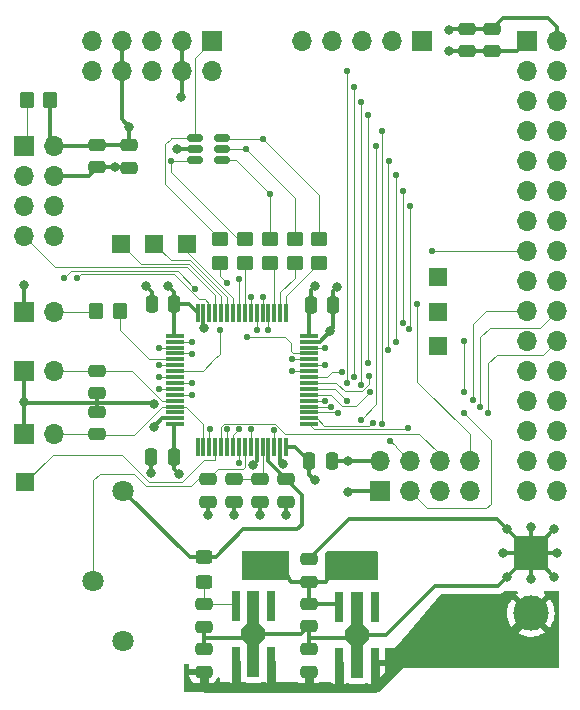
<source format=gbr>
%TF.GenerationSoftware,KiCad,Pcbnew,(6.0.6)*%
%TF.CreationDate,2022-09-22T18:41:47+01:00*%
%TF.ProjectId,ConverterBoard,436f6e76-6572-4746-9572-426f6172642e,rev?*%
%TF.SameCoordinates,Original*%
%TF.FileFunction,Copper,L1,Top*%
%TF.FilePolarity,Positive*%
%FSLAX46Y46*%
G04 Gerber Fmt 4.6, Leading zero omitted, Abs format (unit mm)*
G04 Created by KiCad (PCBNEW (6.0.6)) date 2022-09-22 18:41:47*
%MOMM*%
%LPD*%
G01*
G04 APERTURE LIST*
G04 Aperture macros list*
%AMRoundRect*
0 Rectangle with rounded corners*
0 $1 Rounding radius*
0 $2 $3 $4 $5 $6 $7 $8 $9 X,Y pos of 4 corners*
0 Add a 4 corners polygon primitive as box body*
4,1,4,$2,$3,$4,$5,$6,$7,$8,$9,$2,$3,0*
0 Add four circle primitives for the rounded corners*
1,1,$1+$1,$2,$3*
1,1,$1+$1,$4,$5*
1,1,$1+$1,$6,$7*
1,1,$1+$1,$8,$9*
0 Add four rect primitives between the rounded corners*
20,1,$1+$1,$2,$3,$4,$5,0*
20,1,$1+$1,$4,$5,$6,$7,0*
20,1,$1+$1,$6,$7,$8,$9,0*
20,1,$1+$1,$8,$9,$2,$3,0*%
%AMFreePoly0*
4,1,13,0.900000,0.500000,3.600000,0.500000,3.600000,-0.500000,0.900000,-0.500000,0.400000,-1.000000,-0.400000,-1.000000,-0.900000,-0.500000,-3.600000,-0.500000,-3.600000,0.500000,-0.900000,0.500000,-0.400000,1.000000,0.400000,1.000000,0.900000,0.500000,0.900000,0.500000,$1*%
G04 Aperture macros list end*
%TA.AperFunction,SMDPad,CuDef*%
%ADD10RoundRect,0.075000X-0.700000X-0.075000X0.700000X-0.075000X0.700000X0.075000X-0.700000X0.075000X0*%
%TD*%
%TA.AperFunction,SMDPad,CuDef*%
%ADD11RoundRect,0.075000X-0.075000X-0.700000X0.075000X-0.700000X0.075000X0.700000X-0.075000X0.700000X0*%
%TD*%
%TA.AperFunction,SMDPad,CuDef*%
%ADD12RoundRect,0.250000X0.475000X-0.250000X0.475000X0.250000X-0.475000X0.250000X-0.475000X-0.250000X0*%
%TD*%
%TA.AperFunction,ComponentPad*%
%ADD13R,1.700000X1.700000*%
%TD*%
%TA.AperFunction,ComponentPad*%
%ADD14O,1.700000X1.700000*%
%TD*%
%TA.AperFunction,ComponentPad*%
%ADD15R,1.500000X1.500000*%
%TD*%
%TA.AperFunction,SMDPad,CuDef*%
%ADD16RoundRect,0.250000X-0.475000X0.250000X-0.475000X-0.250000X0.475000X-0.250000X0.475000X0.250000X0*%
%TD*%
%TA.AperFunction,SMDPad,CuDef*%
%ADD17RoundRect,0.250000X0.450000X-0.350000X0.450000X0.350000X-0.450000X0.350000X-0.450000X-0.350000X0*%
%TD*%
%TA.AperFunction,ComponentPad*%
%ADD18R,3.000000X3.000000*%
%TD*%
%TA.AperFunction,ComponentPad*%
%ADD19C,3.000000*%
%TD*%
%TA.AperFunction,SMDPad,CuDef*%
%ADD20RoundRect,0.250000X0.450000X-0.325000X0.450000X0.325000X-0.450000X0.325000X-0.450000X-0.325000X0*%
%TD*%
%TA.AperFunction,ComponentPad*%
%ADD21C,1.800000*%
%TD*%
%TA.AperFunction,SMDPad,CuDef*%
%ADD22RoundRect,0.250000X-0.250000X-0.475000X0.250000X-0.475000X0.250000X0.475000X-0.250000X0.475000X0*%
%TD*%
%TA.AperFunction,SMDPad,CuDef*%
%ADD23RoundRect,0.250000X-0.450000X0.350000X-0.450000X-0.350000X0.450000X-0.350000X0.450000X0.350000X0*%
%TD*%
%TA.AperFunction,SMDPad,CuDef*%
%ADD24RoundRect,0.250000X0.350000X0.450000X-0.350000X0.450000X-0.350000X-0.450000X0.350000X-0.450000X0*%
%TD*%
%TA.AperFunction,SMDPad,CuDef*%
%ADD25RoundRect,0.250000X0.250000X0.475000X-0.250000X0.475000X-0.250000X-0.475000X0.250000X-0.475000X0*%
%TD*%
%TA.AperFunction,SMDPad,CuDef*%
%ADD26RoundRect,0.150000X-0.512500X-0.150000X0.512500X-0.150000X0.512500X0.150000X-0.512500X0.150000X0*%
%TD*%
%TA.AperFunction,SMDPad,CuDef*%
%ADD27R,0.700000X2.500000*%
%TD*%
%TA.AperFunction,SMDPad,CuDef*%
%ADD28FreePoly0,90.000000*%
%TD*%
%TA.AperFunction,ViaPad*%
%ADD29C,0.800000*%
%TD*%
%TA.AperFunction,ViaPad*%
%ADD30C,0.565000*%
%TD*%
%TA.AperFunction,Conductor*%
%ADD31C,0.100000*%
%TD*%
%TA.AperFunction,Conductor*%
%ADD32C,0.300000*%
%TD*%
%TA.AperFunction,Conductor*%
%ADD33C,0.800000*%
%TD*%
G04 APERTURE END LIST*
D10*
%TO.P,U3,1,VBAT*%
%TO.N,+3.3V*%
X132755000Y-90992000D03*
%TO.P,U3,2,PC13*%
%TO.N,TFT_D13*%
X132755000Y-91492000D03*
%TO.P,U3,3,PC14-OSC32_IN*%
%TO.N,TFT_D14*%
X132755000Y-91992000D03*
%TO.P,U3,4,PC15-OSC32_OUT*%
%TO.N,TFT_D15*%
X132755000Y-92492000D03*
%TO.P,U3,5,PF0-OSC_IN*%
%TO.N,Net-(R5-Pad1)*%
X132755000Y-92992000D03*
%TO.P,U3,6,PF1-OSC_OUT*%
%TO.N,SPI_SCK*%
X132755000Y-93492000D03*
%TO.P,U3,7,PG0-NRST*%
%TO.N,Net-(R6-Pad1)*%
X132755000Y-93992000D03*
%TO.P,U3,8,PC0*%
%TO.N,TFT_D0*%
X132755000Y-94492000D03*
%TO.P,U3,9,PC1*%
%TO.N,TFT_D1*%
X132755000Y-94992000D03*
%TO.P,U3,10,PC2*%
%TO.N,TFT_D2*%
X132755000Y-95492000D03*
%TO.P,U3,11,PC3*%
%TO.N,TFT_D3*%
X132755000Y-95992000D03*
%TO.P,U3,12,PA0*%
%TO.N,Net-(C3-Pad1)*%
X132755000Y-96492000D03*
%TO.P,U3,13,PA1*%
%TO.N,Net-(C2-Pad1)*%
X132755000Y-96992000D03*
%TO.P,U3,14,PA2*%
%TO.N,unconnected-(U3-Pad14)*%
X132755000Y-97492000D03*
%TO.P,U3,15,VSS*%
%TO.N,GND*%
X132755000Y-97992000D03*
%TO.P,U3,16,VDD*%
%TO.N,+3.3V*%
X132755000Y-98492000D03*
D11*
%TO.P,U3,17,PA3*%
%TO.N,unconnected-(U3-Pad17)*%
X134680000Y-100417000D03*
%TO.P,U3,18,PA4*%
%TO.N,Net-(C2-Pad1)*%
X135180000Y-100417000D03*
%TO.P,U3,19,PA5*%
%TO.N,PA5*%
X135680000Y-100417000D03*
%TO.P,U3,20,PA6*%
%TO.N,COMP1_OUT*%
X136180000Y-100417000D03*
%TO.P,U3,21,PA7*%
%TO.N,PA7*%
X136680000Y-100417000D03*
%TO.P,U3,22,PC4*%
%TO.N,TFT_D4*%
X137180000Y-100417000D03*
%TO.P,U3,23,PC5*%
%TO.N,TFT_D5*%
X137680000Y-100417000D03*
%TO.P,U3,24,PB0*%
%TO.N,PB0*%
X138180000Y-100417000D03*
%TO.P,U3,25,PB1*%
%TO.N,Net-(C4-Pad1)*%
X138680000Y-100417000D03*
%TO.P,U3,26,PB2*%
%TO.N,TFT_WR*%
X139180000Y-100417000D03*
%TO.P,U3,27,VSSA*%
%TO.N,GND*%
X139680000Y-100417000D03*
%TO.P,U3,28,VREF+*%
%TO.N,Net-(C10-Pad2)*%
X140180000Y-100417000D03*
%TO.P,U3,29,VDDA*%
%TO.N,+3.3VA*%
X140680000Y-100417000D03*
%TO.P,U3,30,PB10*%
%TO.N,PB10*%
X141180000Y-100417000D03*
%TO.P,U3,31,VSS*%
%TO.N,GND*%
X141680000Y-100417000D03*
%TO.P,U3,32,VDD*%
%TO.N,+3.3V*%
X142180000Y-100417000D03*
D10*
%TO.P,U3,33,PB11*%
%TO.N,TFT_CS*%
X144105000Y-98492000D03*
%TO.P,U3,34,PB12*%
%TO.N,TFT_RS*%
X144105000Y-97992000D03*
%TO.P,U3,35,PB13*%
%TO.N,PB13*%
X144105000Y-97492000D03*
%TO.P,U3,36,PB14*%
%TO.N,TFT_RD*%
X144105000Y-96992000D03*
%TO.P,U3,37,PB15*%
%TO.N,TFT_RESET*%
X144105000Y-96492000D03*
%TO.P,U3,38,PC6*%
%TO.N,TFT_D6*%
X144105000Y-95992000D03*
%TO.P,U3,39,PC7*%
%TO.N,TFT_D7*%
X144105000Y-95492000D03*
%TO.P,U3,40,PC8*%
%TO.N,TFT_D8*%
X144105000Y-94992000D03*
%TO.P,U3,41,PC9*%
%TO.N,TFT_D9*%
X144105000Y-94492000D03*
%TO.P,U3,42,PA8*%
%TO.N,TIM1_CH1*%
X144105000Y-93992000D03*
%TO.P,U3,43,PA9*%
%TO.N,TIM1_CH2*%
X144105000Y-93492000D03*
%TO.P,U3,44,PA10*%
%TO.N,PA10*%
X144105000Y-92992000D03*
%TO.P,U3,45,PA11*%
%TO.N,SPI_MOSI*%
X144105000Y-92492000D03*
%TO.P,U3,46,PA12*%
%TO.N,TIM16_CH2*%
X144105000Y-91992000D03*
%TO.P,U3,47,VSS*%
%TO.N,GND*%
X144105000Y-91492000D03*
%TO.P,U3,48,VDD*%
%TO.N,+3.3V*%
X144105000Y-90992000D03*
D11*
%TO.P,U3,49,PA13*%
%TO.N,Net-(R2-Pad2)*%
X142180000Y-89067000D03*
%TO.P,U3,50,PA14*%
%TO.N,Net-(R3-Pad2)*%
X141680000Y-89067000D03*
%TO.P,U3,51,PA15*%
%TO.N,Net-(R4-Pad2)*%
X141180000Y-89067000D03*
%TO.P,U3,52,PC10*%
%TO.N,TFT_D10*%
X140680000Y-89067000D03*
%TO.P,U3,53,PC11*%
%TO.N,TFT_D11*%
X140180000Y-89067000D03*
%TO.P,U3,54,PC12*%
%TO.N,TFT_D12*%
X139680000Y-89067000D03*
%TO.P,U3,55,PD2*%
%TO.N,SPI_RESET*%
X139180000Y-89067000D03*
%TO.P,U3,56,PB3*%
%TO.N,Net-(R1-Pad1)*%
X138680000Y-89067000D03*
%TO.P,U3,57,PB4*%
%TO.N,Net-(ENCODER1-Pad1)*%
X138180000Y-89067000D03*
%TO.P,U3,58,PB5*%
%TO.N,TIM3_CH2*%
X137680000Y-89067000D03*
%TO.P,U3,59,PB6*%
%TO.N,TIM8_CH1*%
X137180000Y-89067000D03*
%TO.P,U3,60,PB7*%
%TO.N,TIM4_CH2*%
X136680000Y-89067000D03*
%TO.P,U3,61,PB8-boot0*%
%TO.N,SPI_DC*%
X136180000Y-89067000D03*
%TO.P,U3,62,PB9*%
%TO.N,SPI_CS*%
X135680000Y-89067000D03*
%TO.P,U3,63,VSS*%
%TO.N,GND*%
X135180000Y-89067000D03*
%TO.P,U3,64,VDD*%
%TO.N,+3.3V*%
X134680000Y-89067000D03*
%TD*%
D12*
%TO.P,C1,1*%
%TO.N,+5V*%
X144075000Y-119425000D03*
%TO.P,C1,2*%
%TO.N,GND*%
X144075000Y-117525000D03*
%TD*%
%TO.P,C8,1*%
%TO.N,GND*%
X142200000Y-105050000D03*
%TO.P,C8,2*%
%TO.N,+3.3VA*%
X142200000Y-103150000D03*
%TD*%
D13*
%TO.P,J3,1,Pin_1*%
%TO.N,GND*%
X119975000Y-93950000D03*
D14*
%TO.P,J3,2,Pin_2*%
%TO.N,Net-(C3-Pad1)*%
X122515000Y-93950000D03*
%TD*%
D15*
%TO.P,TP3,1,1*%
%TO.N,TIM16_CH2*%
X155000000Y-86000000D03*
%TD*%
D16*
%TO.P,C7,1*%
%TO.N,Net-(C7-Pad1)*%
X135185000Y-113715000D03*
%TO.P,C7,2*%
%TO.N,GND*%
X135185000Y-115615000D03*
%TD*%
D14*
%TO.P,ST-LINK1,10,Pin_10*%
%TO.N,SWO*%
X125730000Y-68580000D03*
%TO.P,ST-LINK1,9,Pin_9*%
%TO.N,unconnected-(ST-LINK1-Pad9)*%
X125730000Y-66040000D03*
%TO.P,ST-LINK1,8,Pin_8*%
%TO.N,+3.3V*%
X128270000Y-68580000D03*
%TO.P,ST-LINK1,7,Pin_7*%
X128270000Y-66040000D03*
%TO.P,ST-LINK1,6,Pin_6*%
%TO.N,SWDCLK*%
X130810000Y-68580000D03*
%TO.P,ST-LINK1,5,Pin_5*%
%TO.N,JTDI*%
X130810000Y-66040000D03*
%TO.P,ST-LINK1,4,Pin_4*%
%TO.N,GND*%
X133350000Y-68580000D03*
%TO.P,ST-LINK1,3,Pin_3*%
X133350000Y-66040000D03*
%TO.P,ST-LINK1,2,Pin_2*%
%TO.N,SWDIO*%
X135890000Y-68580000D03*
D13*
%TO.P,ST-LINK1,1,Pin_1*%
%TO.N,NRST*%
X135890000Y-66040000D03*
%TD*%
D16*
%TO.P,C5,1*%
%TO.N,+3.3V*%
X144075000Y-113710000D03*
%TO.P,C5,2*%
%TO.N,GND*%
X144075000Y-115610000D03*
%TD*%
D12*
%TO.P,C6,1*%
%TO.N,+5V*%
X135185000Y-119425000D03*
%TO.P,C6,2*%
%TO.N,GND*%
X135185000Y-117525000D03*
%TD*%
D17*
%TO.P,R1,1*%
%TO.N,Net-(R1-Pad1)*%
X138700000Y-84800000D03*
%TO.P,R1,2*%
%TO.N,SWO*%
X138700000Y-82800000D03*
%TD*%
D18*
%TO.P,J1,1,Pin_1*%
%TO.N,GND*%
X162900000Y-109400000D03*
D19*
%TO.P,J1,2,Pin_2*%
%TO.N,+5V*%
X162900000Y-114480000D03*
%TD*%
D20*
%TO.P,L1,1,1*%
%TO.N,Net-(C7-Pad1)*%
X135185000Y-111805000D03*
%TO.P,L1,2,2*%
%TO.N,+3.3VA*%
X135185000Y-109755000D03*
%TD*%
D21*
%TO.P,RV1,1,1*%
%TO.N,+3.3VA*%
X128400000Y-104100000D03*
%TO.P,RV1,2,2*%
%TO.N,Net-(C4-Pad1)*%
X125860000Y-111720000D03*
%TO.P,RV1,3,3*%
%TO.N,GND*%
X128400000Y-116800000D03*
%TD*%
D22*
%TO.P,C12,1*%
%TO.N,+3.3V*%
X144145000Y-101600000D03*
%TO.P,C12,2*%
%TO.N,GND*%
X146045000Y-101600000D03*
%TD*%
D16*
%TO.P,C3,1*%
%TO.N,Net-(C3-Pad1)*%
X126200000Y-93950000D03*
%TO.P,C3,2*%
%TO.N,GND*%
X126200000Y-95850000D03*
%TD*%
D23*
%TO.P,R4,1*%
%TO.N,JTDI*%
X140800000Y-82800000D03*
%TO.P,R4,2*%
%TO.N,Net-(R4-Pad2)*%
X140800000Y-84800000D03*
%TD*%
D24*
%TO.P,R5,1*%
%TO.N,Net-(R5-Pad1)*%
X128100000Y-88900000D03*
%TO.P,R5,2*%
%TO.N,Net-(J2-Pad2)*%
X126100000Y-88900000D03*
%TD*%
D25*
%TO.P,C14,1*%
%TO.N,+3.3V*%
X132700000Y-88350000D03*
%TO.P,C14,2*%
%TO.N,GND*%
X130800000Y-88350000D03*
%TD*%
D13*
%TO.P,ENCODER1,1,Pin_1*%
%TO.N,Net-(ENCODER1-Pad1)*%
X153665000Y-66040000D03*
D14*
%TO.P,ENCODER1,2,Pin_2*%
%TO.N,GND*%
X151125000Y-66040000D03*
%TO.P,ENCODER1,3,Pin_3*%
%TO.N,SWO*%
X148585000Y-66040000D03*
%TO.P,ENCODER1,4,Pin_4*%
%TO.N,GND*%
X146045000Y-66040000D03*
%TO.P,ENCODER1,5,Pin_5*%
%TO.N,JTDI*%
X143505000Y-66040000D03*
%TD*%
D26*
%TO.P,D1,1,IO1*%
%TO.N,NRST*%
X134462500Y-74250000D03*
%TO.P,D1,2,GND*%
%TO.N,GND*%
X134462500Y-75200000D03*
%TO.P,D1,3,IO2*%
%TO.N,SWO*%
X134462500Y-76150000D03*
%TO.P,D1,4,IO3*%
%TO.N,JTDI*%
X136737500Y-76150000D03*
%TO.P,D1,5,IO4*%
%TO.N,SWDCLK*%
X136737500Y-75200000D03*
%TO.P,D1,6,IO5*%
%TO.N,SWDIO*%
X136737500Y-74250000D03*
%TD*%
D12*
%TO.P,C9,1*%
%TO.N,GND*%
X140000000Y-105050000D03*
%TO.P,C9,2*%
%TO.N,Net-(C10-Pad2)*%
X140000000Y-103150000D03*
%TD*%
D23*
%TO.P,R3,1*%
%TO.N,SWDCLK*%
X142900000Y-82800000D03*
%TO.P,R3,2*%
%TO.N,Net-(R3-Pad2)*%
X142900000Y-84800000D03*
%TD*%
D16*
%TO.P,C4,1*%
%TO.N,Net-(C4-Pad1)*%
X135600000Y-103150000D03*
%TO.P,C4,2*%
%TO.N,GND*%
X135600000Y-105050000D03*
%TD*%
D27*
%TO.P,U1,1,VIN*%
%TO.N,+5V*%
X146679000Y-118698000D03*
D28*
%TO.P,U1,2,GND*%
%TO.N,GND*%
X148179000Y-116348000D03*
D27*
%TO.P,U1,3,CE*%
%TO.N,+5V*%
X149679000Y-118698000D03*
%TO.P,U1,4,NC*%
%TO.N,unconnected-(U1-Pad4)*%
X149679000Y-113998000D03*
%TO.P,U1,5,VOUT*%
%TO.N,+3.3V*%
X146679000Y-113998000D03*
%TD*%
D12*
%TO.P,C2,1*%
%TO.N,Net-(C2-Pad1)*%
X126200000Y-99350000D03*
%TO.P,C2,2*%
%TO.N,GND*%
X126200000Y-97450000D03*
%TD*%
D16*
%TO.P,C19,1*%
%TO.N,+3.3V*%
X128900000Y-74860000D03*
%TO.P,C19,2*%
%TO.N,GND*%
X128900000Y-76760000D03*
%TD*%
D14*
%TO.P,J8,8,Pin_8*%
%TO.N,SPI_RESET*%
X122550000Y-82560000D03*
%TO.P,J8,7,Pin_7*%
%TO.N,SPI_DC*%
X120010000Y-82560000D03*
%TO.P,J8,6,Pin_6*%
%TO.N,SPI_CS*%
X122550000Y-80020000D03*
%TO.P,J8,5,Pin_5*%
%TO.N,SPI_MOSI*%
X120010000Y-80020000D03*
%TO.P,J8,4,Pin_4*%
%TO.N,GND*%
X122550000Y-77480000D03*
%TO.P,J8,3,Pin_3*%
%TO.N,SPI_SCK*%
X120010000Y-77480000D03*
%TO.P,J8,2,Pin_2*%
%TO.N,+3.3V*%
X122550000Y-74940000D03*
D13*
%TO.P,J8,1,Pin_1*%
%TO.N,Net-(J8-Pad1)*%
X120010000Y-74940000D03*
%TD*%
D24*
%TO.P,R7,1*%
%TO.N,+3.3V*%
X122200000Y-71000000D03*
%TO.P,R7,2*%
%TO.N,Net-(J8-Pad1)*%
X120200000Y-71000000D03*
%TD*%
D13*
%TO.P,J5,1,Pin_1*%
%TO.N,GND*%
X119975000Y-99300000D03*
D14*
%TO.P,J5,2,Pin_2*%
%TO.N,Net-(C2-Pad1)*%
X122515000Y-99300000D03*
%TD*%
D23*
%TO.P,R2,1*%
%TO.N,SWDIO*%
X145000000Y-82800000D03*
%TO.P,R2,2*%
%TO.N,Net-(R2-Pad2)*%
X145000000Y-84800000D03*
%TD*%
D15*
%TO.P,TP1,1,1*%
%TO.N,TIM1_CH1*%
X155000000Y-91900000D03*
%TD*%
%TO.P,TP6,1,1*%
%TO.N,TIM4_CH2*%
X128200000Y-83200000D03*
%TD*%
D16*
%TO.P,C16,1*%
%TO.N,+3.3V*%
X159600000Y-65000000D03*
%TO.P,C16,2*%
%TO.N,GND*%
X159600000Y-66900000D03*
%TD*%
D15*
%TO.P,TP4,1,1*%
%TO.N,TIM3_CH2*%
X133800000Y-83200000D03*
%TD*%
D16*
%TO.P,C17,1*%
%TO.N,+3.3V*%
X126200000Y-74850000D03*
%TO.P,C17,2*%
%TO.N,GND*%
X126200000Y-76750000D03*
%TD*%
D15*
%TO.P,TP2,1,1*%
%TO.N,TIM1_CH2*%
X155000000Y-89000000D03*
%TD*%
D12*
%TO.P,C15,1*%
%TO.N,+3.3V*%
X144075000Y-111805000D03*
%TO.P,C15,2*%
%TO.N,GND*%
X144075000Y-109905000D03*
%TD*%
D25*
%TO.P,C11,1*%
%TO.N,+3.3V*%
X132650000Y-101250000D03*
%TO.P,C11,2*%
%TO.N,GND*%
X130750000Y-101250000D03*
%TD*%
D15*
%TO.P,TP7,1,1*%
%TO.N,COMP1_OUT*%
X120100000Y-103400000D03*
%TD*%
D13*
%TO.P,J2,1,Pin_1*%
%TO.N,GND*%
X120000000Y-89000000D03*
D14*
%TO.P,J2,2,Pin_2*%
%TO.N,Net-(J2-Pad2)*%
X122540000Y-89000000D03*
%TD*%
D27*
%TO.P,U2,1,VIN*%
%TO.N,+5V*%
X137900000Y-118600000D03*
D28*
%TO.P,U2,2,GND*%
%TO.N,GND*%
X139400000Y-116250000D03*
D27*
%TO.P,U2,3,CE*%
%TO.N,+5V*%
X140900000Y-118600000D03*
%TO.P,U2,4,NC*%
%TO.N,unconnected-(U2-Pad4)*%
X140900000Y-113900000D03*
%TO.P,U2,5,VOUT*%
%TO.N,Net-(C7-Pad1)*%
X137900000Y-113900000D03*
%TD*%
D12*
%TO.P,C10,1*%
%TO.N,GND*%
X137800000Y-105050000D03*
%TO.P,C10,2*%
%TO.N,Net-(C10-Pad2)*%
X137800000Y-103150000D03*
%TD*%
D16*
%TO.P,C18,1*%
%TO.N,+3.3V*%
X157500000Y-65000000D03*
%TO.P,C18,2*%
%TO.N,GND*%
X157500000Y-66900000D03*
%TD*%
D15*
%TO.P,TP5,1,1*%
%TO.N,TIM8_CH1*%
X131000000Y-83200000D03*
%TD*%
D17*
%TO.P,R6,1*%
%TO.N,Net-(R6-Pad1)*%
X136600000Y-84800000D03*
%TO.P,R6,2*%
%TO.N,NRST*%
X136600000Y-82800000D03*
%TD*%
D13*
%TO.P,J6,1,Pin_1*%
%TO.N,GND*%
X162555000Y-66040000D03*
D14*
%TO.P,J6,2,Pin_2*%
%TO.N,+3.3V*%
X165095000Y-66040000D03*
%TO.P,J6,3,Pin_3*%
%TO.N,TFT_D1*%
X162555000Y-68580000D03*
%TO.P,J6,4,Pin_4*%
%TO.N,TFT_D0*%
X165095000Y-68580000D03*
%TO.P,J6,5,Pin_5*%
%TO.N,TFT_D3*%
X162555000Y-71120000D03*
%TO.P,J6,6,Pin_6*%
%TO.N,TFT_D2*%
X165095000Y-71120000D03*
%TO.P,J6,7,Pin_7*%
%TO.N,TFT_D5*%
X162555000Y-73660000D03*
%TO.P,J6,8,Pin_8*%
%TO.N,TFT_D4*%
X165095000Y-73660000D03*
%TO.P,J6,9,Pin_9*%
%TO.N,TFT_D7*%
X162555000Y-76200000D03*
%TO.P,J6,10,Pin_10*%
%TO.N,TFT_D6*%
X165095000Y-76200000D03*
%TO.P,J6,11,Pin_11*%
%TO.N,TFT_D9*%
X162555000Y-78740000D03*
%TO.P,J6,12,Pin_12*%
%TO.N,TFT_D8*%
X165095000Y-78740000D03*
%TO.P,J6,13,Pin_13*%
%TO.N,TFT_D11*%
X162555000Y-81280000D03*
%TO.P,J6,14,Pin_14*%
%TO.N,TFT_D10*%
X165095000Y-81280000D03*
%TO.P,J6,15,Pin_15*%
%TO.N,TFT_D13*%
X162555000Y-83820000D03*
%TO.P,J6,16,Pin_16*%
%TO.N,TFT_D12*%
X165095000Y-83820000D03*
%TO.P,J6,17,Pin_17*%
%TO.N,TFT_D15*%
X162555000Y-86360000D03*
%TO.P,J6,18,Pin_18*%
%TO.N,TFT_D14*%
X165095000Y-86360000D03*
%TO.P,J6,19,Pin_19*%
%TO.N,TFT_RS*%
X162555000Y-88900000D03*
%TO.P,J6,20,Pin_20*%
%TO.N,TFT_CS*%
X165095000Y-88900000D03*
%TO.P,J6,21,Pin_21*%
%TO.N,TFT_RD*%
X162555000Y-91440000D03*
%TO.P,J6,22,Pin_22*%
%TO.N,TFT_WR*%
X165095000Y-91440000D03*
%TO.P,J6,23,Pin_23*%
%TO.N,unconnected-(J6-Pad23)*%
X162555000Y-93980000D03*
%TO.P,J6,24,Pin_24*%
%TO.N,TFT_RESET*%
X165095000Y-93980000D03*
%TO.P,J6,25,Pin_25*%
%TO.N,unconnected-(J6-Pad25)*%
X162555000Y-96520000D03*
%TO.P,J6,26,Pin_26*%
%TO.N,unconnected-(J6-Pad26)*%
X165095000Y-96520000D03*
%TO.P,J6,27,Pin_27*%
%TO.N,unconnected-(J6-Pad27)*%
X162555000Y-99060000D03*
%TO.P,J6,28,Pin_28*%
%TO.N,unconnected-(J6-Pad28)*%
X165095000Y-99060000D03*
%TO.P,J6,29,Pin_29*%
%TO.N,unconnected-(J6-Pad29)*%
X162555000Y-101600000D03*
%TO.P,J6,30,Pin_30*%
%TO.N,unconnected-(J6-Pad30)*%
X165095000Y-101600000D03*
%TO.P,J6,31,Pin_31*%
%TO.N,unconnected-(J6-Pad31)*%
X162555000Y-104140000D03*
%TO.P,J6,32,Pin_32*%
%TO.N,unconnected-(J6-Pad32)*%
X165095000Y-104140000D03*
%TD*%
D22*
%TO.P,C13,1*%
%TO.N,+3.3V*%
X144250000Y-88400000D03*
%TO.P,C13,2*%
%TO.N,GND*%
X146150000Y-88400000D03*
%TD*%
D13*
%TO.P,J7,1,Pin_1*%
%TO.N,+3.3V*%
X150100000Y-104100000D03*
D14*
%TO.P,J7,2,Pin_2*%
%TO.N,GND*%
X150100000Y-101560000D03*
%TO.P,J7,3,Pin_3*%
%TO.N,PB13*%
X152640000Y-104100000D03*
%TO.P,J7,4,Pin_4*%
%TO.N,PA5*%
X152640000Y-101560000D03*
%TO.P,J7,5,Pin_5*%
%TO.N,PB10*%
X155180000Y-104100000D03*
%TO.P,J7,6,Pin_6*%
%TO.N,PA7*%
X155180000Y-101560000D03*
%TO.P,J7,7,Pin_7*%
%TO.N,PB0*%
X157720000Y-104100000D03*
%TO.P,J7,8,Pin_8*%
%TO.N,PA10*%
X157720000Y-101560000D03*
%TD*%
D29*
%TO.N,GND*%
X141954977Y-101845023D03*
X156000000Y-66900000D03*
%TO.N,+3.3V*%
X156000000Y-65100000D03*
D30*
%TO.N,SPI_CS*%
X124500000Y-86100000D03*
%TO.N,SPI_RESET*%
X123400000Y-86100000D03*
D29*
%TO.N,GND*%
X135200000Y-90350500D03*
D30*
%TO.N,Net-(R6-Pad1)*%
X136600000Y-90500000D03*
D29*
%TO.N,GND*%
X137800000Y-106200000D03*
X119975000Y-96575000D03*
X140000000Y-106200000D03*
X120000000Y-86700000D03*
X133300000Y-70800000D03*
X139400000Y-101900000D03*
X132900000Y-75200000D03*
X142200000Y-106200000D03*
X162900000Y-107200000D03*
X147400000Y-101635000D03*
X160500000Y-109400000D03*
X160900000Y-111400000D03*
X131000000Y-98700000D03*
X146500000Y-86900000D03*
X135600000Y-106200000D03*
X130700000Y-102600000D03*
X162900000Y-111600000D03*
X145900000Y-90600000D03*
X165100000Y-109400000D03*
X164900000Y-111400000D03*
X160900000Y-107400000D03*
X127650000Y-76750000D03*
X130300000Y-86800000D03*
X130985465Y-96739354D03*
X164900000Y-107400000D03*
%TO.N,+3.3V*%
X147945000Y-109695000D03*
X147945000Y-110695000D03*
X147400000Y-104200000D03*
X148945000Y-110695000D03*
X146945000Y-110695000D03*
X141945000Y-109695000D03*
X144600000Y-103200000D03*
X146945000Y-109695000D03*
X145945000Y-110695000D03*
X145945000Y-109695000D03*
X148945000Y-109695000D03*
X141945000Y-110695000D03*
X139945000Y-109695000D03*
X133115201Y-102715201D03*
X138945000Y-109695000D03*
X139945000Y-110695000D03*
X140945000Y-110695000D03*
X132200000Y-86800000D03*
X140945000Y-109695000D03*
X144600000Y-86800000D03*
X138945000Y-110695000D03*
X128900000Y-73300000D03*
D30*
%TO.N,JTDI*%
X140800000Y-79000000D03*
%TO.N,SWDCLK*%
X138800000Y-75200000D03*
%TO.N,SWDIO*%
X140200000Y-74300000D03*
%TO.N,SWO*%
X132400000Y-76200000D03*
%TO.N,TFT_D1*%
X147300000Y-95000000D03*
X147320000Y-68580000D03*
X134200000Y-95000000D03*
%TO.N,TFT_D0*%
X131400000Y-94500000D03*
X147900000Y-69900000D03*
X147900000Y-94500000D03*
%TO.N,TFT_D3*%
X148536043Y-95136043D03*
X134200000Y-96000000D03*
X148500000Y-71200000D03*
%TO.N,TFT_D2*%
X131400000Y-95500000D03*
X149100000Y-93300000D03*
X149100000Y-72300000D03*
%TO.N,TFT_D5*%
X138200000Y-98900000D03*
X150300000Y-73700000D03*
X150300000Y-98449500D03*
%TO.N,TFT_D4*%
X149800000Y-74900000D03*
X148500000Y-98100000D03*
X137200000Y-98900000D03*
%TO.N,TFT_D7*%
X147300000Y-96500000D03*
X150800000Y-92200000D03*
X150900000Y-76200000D03*
%TO.N,TFT_D6*%
X151500000Y-91500000D03*
X151500000Y-77400000D03*
X149250500Y-95800000D03*
%TO.N,TFT_D9*%
X152100000Y-89949500D03*
X146870500Y-94050500D03*
X152100000Y-78700000D03*
%TO.N,TFT_D8*%
X152700000Y-80000000D03*
X152600000Y-90400000D03*
X149234345Y-94437741D03*
%TO.N,TFT_D11*%
X140200000Y-87700000D03*
%TO.N,TFT_D10*%
X140680000Y-90498000D03*
%TO.N,TFT_D13*%
X154500000Y-83800000D03*
X134200000Y-91500000D03*
%TO.N,TFT_D12*%
X139700000Y-90500000D03*
%TO.N,TFT_D15*%
X134200000Y-92500000D03*
%TO.N,TFT_D14*%
X131400000Y-92000000D03*
%TO.N,TFT_RS*%
X158000000Y-96400000D03*
X149500000Y-98350500D03*
%TO.N,TFT_CS*%
X152500000Y-98800500D03*
X158600000Y-97000000D03*
%TO.N,TFT_RD*%
X157200000Y-91400000D03*
X157200000Y-95800000D03*
X146000000Y-97000000D03*
%TO.N,TFT_WR*%
X159300000Y-97500000D03*
X139200000Y-98900000D03*
%TO.N,TFT_RESET*%
X145500000Y-96500000D03*
%TO.N,PB13*%
X146600000Y-97500000D03*
X157200000Y-97500000D03*
%TO.N,PB10*%
X141132155Y-98967845D03*
%TO.N,PB0*%
X138200000Y-101800000D03*
%TO.N,PA10*%
X153300000Y-88300000D03*
X142700000Y-93000000D03*
%TO.N,PA5*%
X135700000Y-98900000D03*
X151000000Y-99900000D03*
%TO.N,SPI_SCK*%
X131400000Y-93500000D03*
%TO.N,SPI_MOSI*%
X138900000Y-91068000D03*
%TO.N,SPI_RESET*%
X134500000Y-87000000D03*
X139200000Y-87700000D03*
%TO.N,Net-(R6-Pad1)*%
X137200000Y-86568000D03*
%TO.N,TIM1_CH1*%
X142700000Y-94000000D03*
%TO.N,TIM1_CH2*%
X145500000Y-93500000D03*
%TO.N,TIM16_CH2*%
X145500000Y-92000000D03*
%TO.N,Net-(ENCODER1-Pad1)*%
X138200000Y-86200000D03*
%TD*%
D31*
%TO.N,NRST*%
X134462500Y-67467500D02*
X135890000Y-66040000D01*
X134462500Y-74250000D02*
X134462500Y-67467500D01*
%TO.N,PA5*%
X151468000Y-100388000D02*
X152640000Y-101560000D01*
X151468000Y-100368000D02*
X151468000Y-100388000D01*
X151000000Y-99900000D02*
X151468000Y-100368000D01*
%TO.N,PA10*%
X153300000Y-88300000D02*
X153300000Y-94900000D01*
X157720000Y-99320000D02*
X157720000Y-101560000D01*
%TO.N,PA7*%
X136680000Y-98720000D02*
X136680000Y-100404500D01*
%TO.N,PA10*%
X153300000Y-94900000D02*
X157720000Y-99320000D01*
%TO.N,PA7*%
X136950000Y-98450000D02*
X136680000Y-98720000D01*
X142100000Y-99300000D02*
X141250000Y-98450000D01*
X153445000Y-99300000D02*
X142100000Y-99300000D01*
X155180000Y-101035000D02*
X153445000Y-99300000D01*
X155180000Y-101560000D02*
X155180000Y-101035000D01*
%TO.N,PB13*%
X154140000Y-105600000D02*
X152640000Y-104100000D01*
X159100000Y-105600000D02*
X154140000Y-105600000D01*
X159500000Y-99800000D02*
X159500000Y-105200000D01*
X157200000Y-97500000D02*
X159500000Y-99800000D01*
D32*
%TO.N,GND*%
X146080000Y-101635000D02*
X146045000Y-101600000D01*
X150025000Y-101635000D02*
X146080000Y-101635000D01*
X150100000Y-101560000D02*
X150025000Y-101635000D01*
%TO.N,+3.3V*%
X150025000Y-104175000D02*
X150100000Y-104100000D01*
X147425000Y-104175000D02*
X150025000Y-104175000D01*
X147400000Y-104200000D02*
X147425000Y-104175000D01*
D31*
%TO.N,PB13*%
X159500000Y-105200000D02*
X159100000Y-105600000D01*
%TO.N,PA7*%
X141250000Y-98450000D02*
X136950000Y-98450000D01*
D32*
%TO.N,+3.3VA*%
X143500000Y-104450000D02*
X142200000Y-103150000D01*
X143500000Y-107000000D02*
X143500000Y-104450000D01*
X136210000Y-109755000D02*
X138565000Y-107400000D01*
X135185000Y-109755000D02*
X136210000Y-109755000D01*
X138565000Y-107400000D02*
X143100000Y-107400000D01*
X143100000Y-107400000D02*
X143500000Y-107000000D01*
X134055000Y-109755000D02*
X128400000Y-104100000D01*
X135185000Y-109755000D02*
X134055000Y-109755000D01*
D31*
%TO.N,Net-(C4-Pad1)*%
X129300000Y-102700000D02*
X130300000Y-103700000D01*
X126400000Y-102700000D02*
X129300000Y-102700000D01*
X134100000Y-103700000D02*
X134700000Y-103100000D01*
X134700000Y-103100000D02*
X135550000Y-103100000D01*
X125860000Y-103240000D02*
X126400000Y-102700000D01*
X125860000Y-111720000D02*
X125860000Y-103240000D01*
X130300000Y-103700000D02*
X134100000Y-103700000D01*
D33*
%TO.N,+5V*%
X146750000Y-120800000D02*
X149608000Y-120800000D01*
X149608000Y-120800000D02*
X149679000Y-120729000D01*
X146679000Y-120729000D02*
X146750000Y-120800000D01*
X137900000Y-118600000D02*
X137900000Y-120700000D01*
X135350000Y-120800000D02*
X137945000Y-120800000D01*
X135185000Y-119425000D02*
X135185000Y-120635000D01*
X135185000Y-120635000D02*
X135350000Y-120800000D01*
D32*
%TO.N,GND*%
X160100000Y-112200000D02*
X162900000Y-109400000D01*
X154800000Y-112200000D02*
X160100000Y-112200000D01*
X150652000Y-116348000D02*
X154800000Y-112200000D01*
X148179000Y-116348000D02*
X150652000Y-116348000D01*
D33*
%TO.N,+5V*%
X158680000Y-118700000D02*
X162900000Y-114480000D01*
X149745000Y-120795000D02*
X151840000Y-118700000D01*
X151840000Y-118700000D02*
X158680000Y-118700000D01*
X149679000Y-120729000D02*
X149745000Y-120795000D01*
X144145000Y-120795000D02*
X146745000Y-120795000D01*
X140945000Y-120795000D02*
X144145000Y-120795000D01*
X140900000Y-120750000D02*
X140945000Y-120795000D01*
X138055000Y-120795000D02*
X140945000Y-120795000D01*
D32*
%TO.N,GND*%
X147500000Y-106500000D02*
X159100000Y-106500000D01*
X145300000Y-108700000D02*
X147500000Y-106500000D01*
X160000000Y-106500000D02*
X162900000Y-109400000D01*
X159000000Y-106500000D02*
X160000000Y-106500000D01*
D31*
%TO.N,COMP1_OUT*%
X135229641Y-101520000D02*
X136180000Y-101520000D01*
X133384440Y-103365201D02*
X135229641Y-101520000D01*
X122400000Y-101100000D02*
X128280761Y-101100000D01*
X128280761Y-101100000D02*
X130545962Y-103365201D01*
X120100000Y-103400000D02*
X122400000Y-101100000D01*
X130545962Y-103365201D02*
X133384440Y-103365201D01*
X136180000Y-101520000D02*
X136180000Y-100404500D01*
D32*
%TO.N,GND*%
X141900000Y-101900000D02*
X141954977Y-101845023D01*
X141680000Y-101680000D02*
X141900000Y-101900000D01*
X141680000Y-100417000D02*
X141680000Y-101680000D01*
X139680000Y-101620000D02*
X139680000Y-100417000D01*
X139400000Y-101900000D02*
X139680000Y-101620000D01*
X144075000Y-109905000D02*
X145285000Y-108695000D01*
X144075000Y-116565000D02*
X147962000Y-116565000D01*
X147962000Y-116565000D02*
X148179000Y-116348000D01*
X144075000Y-116565000D02*
X144075000Y-117525000D01*
X144075000Y-115610000D02*
X144075000Y-116565000D01*
X143435000Y-116250000D02*
X144075000Y-115610000D01*
X139400000Y-116250000D02*
X143435000Y-116250000D01*
X135185000Y-116555000D02*
X135185000Y-115615000D01*
X135185000Y-117525000D02*
X135185000Y-116555000D01*
X135185000Y-116555000D02*
X139095000Y-116555000D01*
X139095000Y-116555000D02*
X139400000Y-116250000D01*
D31*
%TO.N,TFT_D13*%
X154520000Y-83820000D02*
X162555000Y-83820000D01*
X154500000Y-83800000D02*
X154520000Y-83820000D01*
D32*
%TO.N,GND*%
X159600000Y-66900000D02*
X161695000Y-66900000D01*
X161695000Y-66900000D02*
X162555000Y-66040000D01*
X157500000Y-66900000D02*
X159600000Y-66900000D01*
X157500000Y-66900000D02*
X156000000Y-66900000D01*
%TO.N,+3.3V*%
X165095000Y-64837919D02*
X165095000Y-66040000D01*
X164357081Y-64100000D02*
X165095000Y-64837919D01*
X159600000Y-65000000D02*
X160500000Y-64100000D01*
X160500000Y-64100000D02*
X164357081Y-64100000D01*
X157500000Y-65000000D02*
X159600000Y-65000000D01*
X156100000Y-65000000D02*
X156000000Y-65100000D01*
X157500000Y-65000000D02*
X156100000Y-65000000D01*
X128270000Y-68580000D02*
X128270000Y-66040000D01*
D31*
%TO.N,SPI_CS*%
X124900000Y-85800000D02*
X124800000Y-85800000D01*
X134788352Y-87900000D02*
X132688352Y-85800000D01*
X135300000Y-87900000D02*
X134788352Y-87900000D01*
X132688352Y-85800000D02*
X124900000Y-85800000D01*
X135680000Y-88280000D02*
X135300000Y-87900000D01*
X135680000Y-89067000D02*
X135680000Y-88280000D01*
X124800000Y-85800000D02*
X124500000Y-86100000D01*
%TO.N,SPI_RESET*%
X134500000Y-87000000D02*
X133000000Y-85500000D01*
X133000000Y-85500000D02*
X124000000Y-85500000D01*
X124000000Y-85500000D02*
X123400000Y-86100000D01*
D32*
%TO.N,GND*%
X135200000Y-90500000D02*
X135200000Y-90350500D01*
X135180000Y-90480000D02*
X135200000Y-90500000D01*
X135180000Y-89067000D02*
X135180000Y-90480000D01*
D31*
%TO.N,Net-(R6-Pad1)*%
X136600000Y-85968000D02*
X137200000Y-86568000D01*
X136600000Y-84800000D02*
X136600000Y-85968000D01*
X136600000Y-92500000D02*
X136600000Y-90500000D01*
X136100000Y-93000000D02*
X136600000Y-92500000D01*
X135108000Y-93992000D02*
X136100000Y-93000000D01*
X134192000Y-93992000D02*
X135108000Y-93992000D01*
%TO.N,SPI_MOSI*%
X142792000Y-92492000D02*
X144092500Y-92492000D01*
X142600000Y-92300000D02*
X142792000Y-92492000D01*
X142600000Y-91600000D02*
X142600000Y-92300000D01*
X142100000Y-91100000D02*
X142600000Y-91600000D01*
X138932000Y-91100000D02*
X142100000Y-91100000D01*
X138900000Y-91068000D02*
X138932000Y-91100000D01*
D32*
%TO.N,GND*%
X119975000Y-96575000D02*
X119975000Y-99300000D01*
X162900000Y-109400000D02*
X164900000Y-107400000D01*
X132767500Y-97992000D02*
X131708000Y-97992000D01*
X162900000Y-109400000D02*
X160500000Y-109400000D01*
X134462500Y-75200000D02*
X132900000Y-75200000D01*
X140000000Y-105050000D02*
X140000000Y-106200000D01*
X125470000Y-77480000D02*
X126200000Y-76750000D01*
X126200000Y-96700000D02*
X126200000Y-97450000D01*
X162900000Y-109400000D02*
X162900000Y-107200000D01*
X130800000Y-87300000D02*
X130800000Y-88350000D01*
X126200000Y-96700000D02*
X131024819Y-96700000D01*
X120000000Y-89000000D02*
X120000000Y-86700000D01*
X126200000Y-96700000D02*
X120100000Y-96700000D01*
X135600000Y-105050000D02*
X135600000Y-106200000D01*
X130300000Y-86800000D02*
X130800000Y-87300000D01*
X142200000Y-105050000D02*
X142200000Y-106200000D01*
X133350000Y-70750000D02*
X133300000Y-70800000D01*
X128890000Y-76750000D02*
X128900000Y-76760000D01*
X131024819Y-96700000D02*
X130985465Y-96739354D01*
X133350000Y-68580000D02*
X133350000Y-70750000D01*
X146150000Y-87250000D02*
X146500000Y-86900000D01*
X122550000Y-77480000D02*
X125470000Y-77480000D01*
X146150000Y-88400000D02*
X146150000Y-90350000D01*
X162900000Y-109400000D02*
X160900000Y-107400000D01*
X144092500Y-91492000D02*
X145008000Y-91492000D01*
X146150000Y-88400000D02*
X146150000Y-87250000D01*
X126200000Y-95850000D02*
X126200000Y-96700000D01*
X137800000Y-105050000D02*
X137800000Y-106200000D01*
X162900000Y-109400000D02*
X164900000Y-111400000D01*
X133350000Y-66040000D02*
X133350000Y-68580000D01*
X145008000Y-91492000D02*
X145900000Y-90600000D01*
X130700000Y-101300000D02*
X130700000Y-102600000D01*
X126200000Y-76750000D02*
X128890000Y-76750000D01*
X119975000Y-93950000D02*
X119975000Y-96575000D01*
X119975000Y-93950000D02*
X119975000Y-99300000D01*
X130750000Y-101250000D02*
X130700000Y-101300000D01*
X162900000Y-109400000D02*
X160900000Y-111400000D01*
X120100000Y-96700000D02*
X119975000Y-96575000D01*
X146150000Y-90350000D02*
X145900000Y-90600000D01*
X119975000Y-96575000D02*
X120175000Y-96575000D01*
X162900000Y-109400000D02*
X162900000Y-111600000D01*
X162900000Y-109400000D02*
X165100000Y-109400000D01*
X131708000Y-97992000D02*
X131000000Y-98700000D01*
D31*
%TO.N,Net-(C2-Pad1)*%
X126200000Y-99350000D02*
X126250000Y-99400000D01*
X133692000Y-96992000D02*
X135180000Y-98480000D01*
X132767500Y-96992000D02*
X133692000Y-96992000D01*
X126250000Y-99400000D02*
X129300000Y-99400000D01*
X126150000Y-99300000D02*
X126200000Y-99350000D01*
X122515000Y-99300000D02*
X126150000Y-99300000D01*
X129300000Y-99400000D02*
X131708000Y-96992000D01*
X135180000Y-98480000D02*
X135180000Y-100404500D01*
X131708000Y-96992000D02*
X132767500Y-96992000D01*
%TO.N,Net-(C3-Pad1)*%
X126200000Y-93950000D02*
X129150000Y-93950000D01*
X131700000Y-96500000D02*
X132759500Y-96500000D01*
X122515000Y-93950000D02*
X126200000Y-93950000D01*
X129150000Y-93950000D02*
X131700000Y-96500000D01*
%TO.N,Net-(C4-Pad1)*%
X136450000Y-102300000D02*
X138500000Y-102300000D01*
X138680000Y-102120000D02*
X138680000Y-100404500D01*
X138500000Y-102300000D02*
X138680000Y-102120000D01*
X135600000Y-103150000D02*
X136450000Y-102300000D01*
D32*
%TO.N,+3.3V*%
X133950500Y-88350000D02*
X134677600Y-89077100D01*
X132700000Y-88350000D02*
X133950500Y-88350000D01*
X144250000Y-87150000D02*
X144600000Y-86800000D01*
X132650000Y-101250000D02*
X132650000Y-98609500D01*
X132700000Y-87300000D02*
X132700000Y-88350000D01*
X142949500Y-100404500D02*
X144145000Y-101600000D01*
X128900000Y-74860000D02*
X128900000Y-73300000D01*
X126200000Y-74850000D02*
X128890000Y-74850000D01*
X132650000Y-101250000D02*
X132650000Y-102250000D01*
X144250000Y-88400000D02*
X144250000Y-87150000D01*
X144075000Y-113710000D02*
X146391000Y-113710000D01*
X132700000Y-88350000D02*
X132700000Y-90924500D01*
X122200000Y-74590000D02*
X122550000Y-74940000D01*
X142180000Y-100404500D02*
X142949500Y-100404500D01*
X122200000Y-71000000D02*
X122200000Y-74590000D01*
X132650000Y-98609500D02*
X132767500Y-98492000D01*
X146391000Y-113710000D02*
X146679000Y-113998000D01*
X145590000Y-111805000D02*
X144075000Y-111805000D01*
X126110000Y-74940000D02*
X126200000Y-74850000D01*
X144092500Y-88557500D02*
X144092500Y-90992000D01*
X144075000Y-113710000D02*
X144075000Y-111805000D01*
X132200000Y-86800000D02*
X132700000Y-87300000D01*
X128270000Y-72670000D02*
X128900000Y-73300000D01*
X144145000Y-102745000D02*
X144600000Y-103200000D01*
X144250000Y-88400000D02*
X144092500Y-88557500D01*
X132650000Y-102250000D02*
X133115201Y-102715201D01*
X128890000Y-74850000D02*
X128900000Y-74860000D01*
X141945000Y-110695000D02*
X142560000Y-111805000D01*
X145945000Y-110695000D02*
X145590000Y-111805000D01*
X132700000Y-90924500D02*
X132765100Y-90989600D01*
X128270000Y-68580000D02*
X128270000Y-72670000D01*
X122550000Y-74940000D02*
X126110000Y-74940000D01*
X142560000Y-111805000D02*
X144075000Y-111805000D01*
X144145000Y-101600000D02*
X144145000Y-102745000D01*
D31*
%TO.N,Net-(C7-Pad1)*%
X137715000Y-113715000D02*
X137900000Y-113900000D01*
X135185000Y-111805000D02*
X135185000Y-113715000D01*
X135185000Y-113715000D02*
X137715000Y-113715000D01*
D32*
%TO.N,+3.3VA*%
X142200000Y-103150000D02*
X140680000Y-101630000D01*
X140680000Y-101630000D02*
X140680000Y-100404500D01*
D31*
%TO.N,Net-(C10-Pad2)*%
X140180000Y-102970000D02*
X140180000Y-100404500D01*
X137800000Y-103150000D02*
X140000000Y-103150000D01*
X140000000Y-103150000D02*
X140180000Y-102970000D01*
%TO.N,JTDI*%
X140800000Y-79000000D02*
X137950000Y-76150000D01*
X140800000Y-82800000D02*
X140800000Y-79000000D01*
X137950000Y-76150000D02*
X136737500Y-76150000D01*
%TO.N,SWDCLK*%
X138800000Y-75200000D02*
X136737500Y-75200000D01*
X142900000Y-82800000D02*
X142900000Y-79300000D01*
X142900000Y-79300000D02*
X138800000Y-75200000D01*
%TO.N,SWDIO*%
X140200000Y-74300000D02*
X136787500Y-74300000D01*
X145000000Y-79100000D02*
X140200000Y-74300000D01*
X145000000Y-82800000D02*
X145000000Y-79100000D01*
X136787500Y-74300000D02*
X136737500Y-74250000D01*
%TO.N,NRST*%
X136600000Y-82800000D02*
X131950000Y-78150000D01*
X134462500Y-74250000D02*
X132450000Y-74250000D01*
X132450000Y-74250000D02*
X132400000Y-74300000D01*
X131950000Y-74750000D02*
X132400000Y-74300000D01*
X131950000Y-78150000D02*
X131950000Y-74750000D01*
%TO.N,SWO*%
X138700000Y-82800000D02*
X138100000Y-82800000D01*
X138100000Y-82800000D02*
X132400000Y-77100000D01*
X134412500Y-76200000D02*
X134462500Y-76150000D01*
X132400000Y-76200000D02*
X134412500Y-76200000D01*
X132400000Y-77100000D02*
X132400000Y-76200000D01*
%TO.N,TFT_D1*%
X147320000Y-94920000D02*
X147400000Y-95000000D01*
X147320000Y-68580000D02*
X147320000Y-94920000D01*
X132767500Y-94992000D02*
X134192000Y-94992000D01*
X134192000Y-94992000D02*
X134200000Y-95000000D01*
X147400000Y-95000000D02*
X147300000Y-95000000D01*
%TO.N,TFT_D0*%
X131408000Y-94492000D02*
X131400000Y-94500000D01*
X132767500Y-94492000D02*
X131408000Y-94492000D01*
X147900000Y-69900000D02*
X147900000Y-94500000D01*
%TO.N,TFT_D3*%
X148500000Y-95100000D02*
X148536043Y-95136043D01*
X132767500Y-95992000D02*
X134192000Y-95992000D01*
X148500000Y-71200000D02*
X148500000Y-95100000D01*
X134192000Y-95992000D02*
X134200000Y-96000000D01*
%TO.N,TFT_D2*%
X132767500Y-95492000D02*
X131408000Y-95492000D01*
X149100000Y-72300000D02*
X149100000Y-93300000D01*
X131408000Y-95492000D02*
X131400000Y-95500000D01*
%TO.N,TFT_D5*%
X138200000Y-98900000D02*
X137680000Y-99420000D01*
X137680000Y-99420000D02*
X137680000Y-100404500D01*
X150300000Y-73700000D02*
X150300000Y-98449500D01*
%TO.N,TFT_D4*%
X148500000Y-98100000D02*
X149800000Y-96800000D01*
X149800000Y-96800000D02*
X149800000Y-74900000D01*
X137180000Y-98920000D02*
X137180000Y-100404500D01*
X137200000Y-98900000D02*
X137180000Y-98920000D01*
%TO.N,TFT_D7*%
X150800000Y-92200000D02*
X150800000Y-76300000D01*
X150800000Y-76300000D02*
X150900000Y-76200000D01*
X144092500Y-95492000D02*
X146292000Y-95492000D01*
X146292000Y-95492000D02*
X147300000Y-96500000D01*
%TO.N,TFT_D6*%
X149250500Y-95800000D02*
X148100500Y-96950000D01*
X145992000Y-95992000D02*
X144092500Y-95992000D01*
X148100500Y-96950000D02*
X146950000Y-96950000D01*
X146950000Y-96950000D02*
X145992000Y-95992000D01*
X151500000Y-77400000D02*
X151500000Y-91500000D01*
%TO.N,TFT_D9*%
X146870500Y-94050500D02*
X146049500Y-94050500D01*
X145600000Y-94500000D02*
X144100500Y-94500000D01*
X146049500Y-94050500D02*
X145600000Y-94500000D01*
X152100000Y-78700000D02*
X152100000Y-89949500D01*
%TO.N,TFT_D8*%
X152700000Y-90300000D02*
X152600000Y-90400000D01*
X148608483Y-95700000D02*
X147136397Y-95700000D01*
X147136397Y-95700000D02*
X146428397Y-94992000D01*
X146428397Y-94992000D02*
X144092500Y-94992000D01*
X152700000Y-80000000D02*
X152700000Y-90300000D01*
X149234345Y-94437741D02*
X149234345Y-95074138D01*
X149234345Y-95074138D02*
X148608483Y-95700000D01*
%TO.N,TFT_D11*%
X140180000Y-87720000D02*
X140200000Y-87700000D01*
X140180000Y-89079500D02*
X140180000Y-87720000D01*
%TO.N,TFT_D10*%
X140680000Y-90498000D02*
X140680000Y-89079500D01*
%TO.N,TFT_D13*%
X132767500Y-91492000D02*
X134192000Y-91492000D01*
X134192000Y-91492000D02*
X134200000Y-91500000D01*
%TO.N,TFT_D12*%
X139680000Y-90480000D02*
X139700000Y-90500000D01*
X139680000Y-89079500D02*
X139680000Y-90480000D01*
%TO.N,TFT_D15*%
X134192000Y-92492000D02*
X134200000Y-92500000D01*
X132767500Y-92492000D02*
X134192000Y-92492000D01*
%TO.N,TFT_D14*%
X131408000Y-91992000D02*
X131400000Y-92000000D01*
X132767500Y-91992000D02*
X131408000Y-91992000D01*
%TO.N,TFT_RS*%
X149222357Y-98628143D02*
X145390407Y-98628143D01*
X159100000Y-88900000D02*
X162555000Y-88900000D01*
X144754264Y-97992000D02*
X144092500Y-97992000D01*
X158000000Y-90000000D02*
X159100000Y-88900000D01*
X145390407Y-98628143D02*
X144754264Y-97992000D01*
X158000000Y-96400000D02*
X158000000Y-90000000D01*
X149500000Y-98350500D02*
X149222357Y-98628143D01*
%TO.N,TFT_CS*%
X152372357Y-98928143D02*
X144528643Y-98928143D01*
X158600000Y-97000000D02*
X158600000Y-91100000D01*
X159400000Y-90300000D02*
X163695000Y-90300000D01*
X158600000Y-91100000D02*
X159400000Y-90300000D01*
X152500000Y-98800500D02*
X152372357Y-98928143D01*
X163695000Y-90300000D02*
X165095000Y-88900000D01*
X144528643Y-98928143D02*
X144092500Y-98492000D01*
%TO.N,TFT_RD*%
X145992000Y-96992000D02*
X144092500Y-96992000D01*
X157200000Y-91400000D02*
X157200000Y-95800000D01*
X146000000Y-97000000D02*
X145992000Y-96992000D01*
%TO.N,TFT_WR*%
X139180000Y-98920000D02*
X139180000Y-100404500D01*
X160000000Y-92600000D02*
X163935000Y-92600000D01*
X139200000Y-98900000D02*
X139180000Y-98920000D01*
X159300000Y-97500000D02*
X159300000Y-93300000D01*
X159300000Y-93300000D02*
X160000000Y-92600000D01*
X163935000Y-92600000D02*
X165095000Y-91440000D01*
%TO.N,TFT_RESET*%
X145492000Y-96492000D02*
X145500000Y-96500000D01*
X144092500Y-96492000D02*
X145492000Y-96492000D01*
%TO.N,PB13*%
X146592000Y-97492000D02*
X146600000Y-97500000D01*
X144092500Y-97492000D02*
X146592000Y-97492000D01*
%TO.N,PB10*%
X141180000Y-99015690D02*
X141132155Y-98967845D01*
X141180000Y-100404500D02*
X141180000Y-99015690D01*
%TO.N,PB0*%
X138200000Y-100424500D02*
X138180000Y-100404500D01*
X138200000Y-101800000D02*
X138200000Y-100424500D01*
%TO.N,PA10*%
X142708000Y-92992000D02*
X142700000Y-93000000D01*
X144092500Y-92992000D02*
X142708000Y-92992000D01*
%TO.N,PA5*%
X135680000Y-98920000D02*
X135700000Y-98900000D01*
X135680000Y-100404500D02*
X135680000Y-98920000D01*
%TO.N,SPI_SCK*%
X132767500Y-93492000D02*
X131408000Y-93492000D01*
X131408000Y-93492000D02*
X131400000Y-93500000D01*
%TO.N,SPI_DC*%
X133800000Y-85200000D02*
X136180000Y-87580000D01*
X136180000Y-87580000D02*
X136180000Y-89079500D01*
X122650000Y-85200000D02*
X133800000Y-85200000D01*
X120010000Y-82560000D02*
X122650000Y-85200000D01*
%TO.N,SPI_RESET*%
X139180000Y-87720000D02*
X139200000Y-87700000D01*
X139180000Y-89079500D02*
X139180000Y-87720000D01*
%TO.N,Net-(J2-Pad2)*%
X126000000Y-89000000D02*
X126100000Y-88900000D01*
X122540000Y-89000000D02*
X126000000Y-89000000D01*
%TO.N,Net-(R2-Pad2)*%
X142180000Y-87620000D02*
X142180000Y-89079500D01*
X145000000Y-84800000D02*
X142180000Y-87620000D01*
%TO.N,Net-(R3-Pad2)*%
X141680000Y-87320000D02*
X141680000Y-89079500D01*
X142900000Y-86100000D02*
X141680000Y-87320000D01*
X142900000Y-84800000D02*
X142900000Y-86100000D01*
%TO.N,Net-(J8-Pad1)*%
X120200000Y-71000000D02*
X120200000Y-74750000D01*
X120200000Y-74750000D02*
X120010000Y-74940000D01*
%TO.N,Net-(R5-Pad1)*%
X130592000Y-92992000D02*
X132767500Y-92992000D01*
X128100000Y-88900000D02*
X128100000Y-90500000D01*
X128100000Y-90500000D02*
X130592000Y-92992000D01*
%TO.N,Net-(R6-Pad1)*%
X132767500Y-93992000D02*
X134192000Y-93992000D01*
%TO.N,TIM1_CH1*%
X142708000Y-93992000D02*
X142700000Y-94000000D01*
X144092500Y-93992000D02*
X142708000Y-93992000D01*
%TO.N,TIM1_CH2*%
X144092500Y-93492000D02*
X145492000Y-93492000D01*
X145492000Y-93492000D02*
X145500000Y-93500000D01*
%TO.N,TIM16_CH2*%
X144092500Y-91992000D02*
X145492000Y-91992000D01*
X145492000Y-91992000D02*
X145500000Y-92000000D01*
%TO.N,TIM3_CH2*%
X137680000Y-89079500D02*
X137680000Y-87780000D01*
X137680000Y-87780000D02*
X133800000Y-83900000D01*
X133800000Y-83900000D02*
X133800000Y-83200000D01*
%TO.N,TIM8_CH1*%
X134075736Y-84600000D02*
X132400000Y-84600000D01*
X137180000Y-89079500D02*
X137180000Y-87704264D01*
X137180000Y-87704264D02*
X134075736Y-84600000D01*
X132400000Y-84600000D02*
X131000000Y-83200000D01*
%TO.N,TIM4_CH2*%
X136680000Y-87628528D02*
X133951472Y-84900000D01*
X129900000Y-84900000D02*
X128200000Y-83200000D01*
X133951472Y-84900000D02*
X129900000Y-84900000D01*
X136680000Y-89079500D02*
X136680000Y-87628528D01*
D33*
%TO.N,+5V*%
X144075000Y-120725000D02*
X144145000Y-120795000D01*
X144075000Y-119425000D02*
X144075000Y-120725000D01*
X146745000Y-120795000D02*
X146679000Y-120729000D01*
X149679000Y-118698000D02*
X149679000Y-120729000D01*
X146679000Y-118698000D02*
X146679000Y-120729000D01*
X140900000Y-118600000D02*
X140900000Y-120750000D01*
D31*
%TO.N,Net-(ENCODER1-Pad1)*%
X138180000Y-86220000D02*
X138180000Y-89079500D01*
X138200000Y-86200000D02*
X138180000Y-86220000D01*
%TO.N,Net-(R1-Pad1)*%
X138680000Y-84820000D02*
X138680000Y-89079500D01*
X138700000Y-84800000D02*
X138680000Y-84820000D01*
%TO.N,Net-(R4-Pad2)*%
X140800000Y-84800000D02*
X141180000Y-85180000D01*
X141180000Y-85180000D02*
X141180000Y-89079500D01*
%TD*%
%TA.AperFunction,Conductor*%
%TO.N,+3.3V*%
G36*
X149887121Y-109215002D02*
G01*
X149933614Y-109268658D01*
X149945000Y-109321000D01*
X149945000Y-111569000D01*
X149924998Y-111637121D01*
X149871342Y-111683614D01*
X149819000Y-111695000D01*
X145571000Y-111695000D01*
X145502879Y-111674998D01*
X145456386Y-111621342D01*
X145445000Y-111569000D01*
X145445000Y-109518449D01*
X145465002Y-109450328D01*
X145481905Y-109429354D01*
X145646600Y-109264659D01*
X145671557Y-109245300D01*
X145699978Y-109228492D01*
X145699980Y-109228490D01*
X145706807Y-109224453D01*
X145710304Y-109220956D01*
X145775153Y-109195494D01*
X145786296Y-109195000D01*
X149819000Y-109195000D01*
X149887121Y-109215002D01*
G37*
%TD.AperFunction*%
%TD*%
%TA.AperFunction,Conductor*%
%TO.N,+3.3V*%
G36*
X142387121Y-109215002D02*
G01*
X142433614Y-109268658D01*
X142445000Y-109321000D01*
X142445000Y-111569000D01*
X142424998Y-111637121D01*
X142371342Y-111683614D01*
X142319000Y-111695000D01*
X138571000Y-111695000D01*
X138502879Y-111674998D01*
X138456386Y-111621342D01*
X138445000Y-111569000D01*
X138445000Y-109321000D01*
X138465002Y-109252879D01*
X138518658Y-109206386D01*
X138571000Y-109195000D01*
X142319000Y-109195000D01*
X142387121Y-109215002D01*
G37*
%TD.AperFunction*%
%TD*%
%TA.AperFunction,Conductor*%
%TO.N,+5V*%
G36*
X161744908Y-112620002D02*
G01*
X161791401Y-112673658D01*
X161801505Y-112743932D01*
X161772011Y-112808512D01*
X161751244Y-112827174D01*
X161751329Y-112827280D01*
X161749458Y-112828779D01*
X161748689Y-112829470D01*
X161747983Y-112829960D01*
X161685053Y-112880377D01*
X161676584Y-112892500D01*
X161682980Y-112903770D01*
X162887188Y-114107978D01*
X162901132Y-114115592D01*
X162902965Y-114115461D01*
X162909580Y-114111210D01*
X164116604Y-112904186D01*
X164123795Y-112891017D01*
X164116473Y-112880780D01*
X164069233Y-112842115D01*
X164062260Y-112837159D01*
X164056181Y-112833434D01*
X164008549Y-112780787D01*
X163996941Y-112710746D01*
X164025043Y-112645548D01*
X164083932Y-112605893D01*
X164122014Y-112600000D01*
X165174000Y-112600000D01*
X165242121Y-112620002D01*
X165288614Y-112673658D01*
X165300000Y-112726000D01*
X165300000Y-118974000D01*
X165279998Y-119042121D01*
X165226342Y-119088614D01*
X165174000Y-119100000D01*
X152100000Y-119100000D01*
X150036905Y-121163095D01*
X149974593Y-121197121D01*
X149947810Y-121200000D01*
X133626000Y-121200000D01*
X133557879Y-121179998D01*
X133511386Y-121126342D01*
X133500000Y-121074000D01*
X133500000Y-119722095D01*
X133952001Y-119722095D01*
X133952338Y-119728614D01*
X133962257Y-119824206D01*
X133965149Y-119837600D01*
X134016588Y-119991784D01*
X134022761Y-120004962D01*
X134108063Y-120142807D01*
X134117099Y-120154208D01*
X134231829Y-120268739D01*
X134243240Y-120277751D01*
X134381243Y-120362816D01*
X134394424Y-120368963D01*
X134548710Y-120420138D01*
X134562086Y-120423005D01*
X134656438Y-120432672D01*
X134662854Y-120433000D01*
X134912885Y-120433000D01*
X134928124Y-120428525D01*
X134929329Y-120427135D01*
X134931000Y-120419452D01*
X134931000Y-119697115D01*
X134926525Y-119681876D01*
X134925135Y-119680671D01*
X134917452Y-119679000D01*
X133970116Y-119679000D01*
X133954877Y-119683475D01*
X133953672Y-119684865D01*
X133952001Y-119692548D01*
X133952001Y-119722095D01*
X133500000Y-119722095D01*
X133500000Y-118926000D01*
X133520002Y-118857879D01*
X133573658Y-118811386D01*
X133626000Y-118800000D01*
X133861204Y-118800000D01*
X133929325Y-118820002D01*
X133975818Y-118873658D01*
X133985922Y-118943932D01*
X133980797Y-118965667D01*
X133964863Y-119013707D01*
X133961995Y-119027086D01*
X133952328Y-119121438D01*
X133952000Y-119127855D01*
X133952000Y-119152885D01*
X133956475Y-119168124D01*
X133957865Y-119169329D01*
X133965548Y-119171000D01*
X135313000Y-119171000D01*
X135381121Y-119191002D01*
X135427614Y-119244658D01*
X135439000Y-119297000D01*
X135439000Y-120414884D01*
X135443475Y-120430123D01*
X135444865Y-120431328D01*
X135452548Y-120432999D01*
X135707095Y-120432999D01*
X135713614Y-120432662D01*
X135809206Y-120422743D01*
X135822600Y-120419851D01*
X135976784Y-120368412D01*
X135989962Y-120362239D01*
X136127807Y-120276937D01*
X136139208Y-120267901D01*
X136253739Y-120153171D01*
X136262751Y-120141760D01*
X136347816Y-120003757D01*
X136353964Y-119990574D01*
X136354407Y-119989238D01*
X136354957Y-119988444D01*
X136357056Y-119983943D01*
X136357826Y-119984302D01*
X136394838Y-119930878D01*
X136460402Y-119903641D01*
X136530283Y-119916174D01*
X136582295Y-119964499D01*
X136600000Y-120028905D01*
X136600000Y-120300000D01*
X137280237Y-120300000D01*
X137324467Y-120308018D01*
X137432394Y-120348478D01*
X137447649Y-120352105D01*
X137498514Y-120357631D01*
X137505328Y-120358000D01*
X137627885Y-120358000D01*
X137643124Y-120353525D01*
X137644329Y-120352135D01*
X137646000Y-120344452D01*
X137646000Y-120300000D01*
X138154000Y-120300000D01*
X138154000Y-120339884D01*
X138158475Y-120355123D01*
X138159865Y-120356328D01*
X138167548Y-120357999D01*
X138294669Y-120357999D01*
X138301490Y-120357629D01*
X138352352Y-120352105D01*
X138367604Y-120348479D01*
X138475533Y-120308018D01*
X138519763Y-120300000D01*
X138633876Y-120300000D01*
X138686218Y-120311386D01*
X138699177Y-120317304D01*
X138755266Y-120342919D01*
X138900000Y-120363729D01*
X139900000Y-120363729D01*
X139931986Y-120361441D01*
X139966373Y-120358982D01*
X139966374Y-120358982D01*
X139973111Y-120358500D01*
X140113411Y-120317304D01*
X140120992Y-120312432D01*
X140123280Y-120311387D01*
X140175623Y-120300000D01*
X140280237Y-120300000D01*
X140324467Y-120308018D01*
X140432394Y-120348478D01*
X140447649Y-120352105D01*
X140498514Y-120357631D01*
X140505328Y-120358000D01*
X140627885Y-120358000D01*
X140643124Y-120353525D01*
X140644329Y-120352135D01*
X140646000Y-120344452D01*
X140646000Y-120300000D01*
X141154000Y-120300000D01*
X141154000Y-120339884D01*
X141158475Y-120355123D01*
X141159865Y-120356328D01*
X141167548Y-120357999D01*
X141294669Y-120357999D01*
X141301490Y-120357629D01*
X141352352Y-120352105D01*
X141367604Y-120348479D01*
X141475533Y-120308018D01*
X141519763Y-120300000D01*
X143133621Y-120300000D01*
X143199737Y-120318740D01*
X143271243Y-120362816D01*
X143284424Y-120368963D01*
X143438710Y-120420138D01*
X143452086Y-120423005D01*
X143546438Y-120432672D01*
X143552854Y-120433000D01*
X143802885Y-120433000D01*
X143818124Y-120428525D01*
X143819329Y-120427135D01*
X143821000Y-120419452D01*
X143821000Y-120300000D01*
X144329000Y-120300000D01*
X144329000Y-120414884D01*
X144333475Y-120430123D01*
X144334865Y-120431328D01*
X144342548Y-120432999D01*
X144597095Y-120432999D01*
X144603614Y-120432662D01*
X144699206Y-120422743D01*
X144712600Y-120419851D01*
X144866784Y-120368412D01*
X144879962Y-120362239D01*
X144950067Y-120318856D01*
X145016370Y-120300000D01*
X145909572Y-120300000D01*
X145977693Y-120320002D01*
X145985137Y-120325174D01*
X146075352Y-120392786D01*
X146090946Y-120401324D01*
X146211394Y-120446478D01*
X146226649Y-120450105D01*
X146277514Y-120455631D01*
X146284328Y-120456000D01*
X146406885Y-120456000D01*
X146422124Y-120451525D01*
X146423329Y-120450135D01*
X146425000Y-120442452D01*
X146425000Y-120300000D01*
X146933000Y-120300000D01*
X146933000Y-120437884D01*
X146937475Y-120453123D01*
X146938865Y-120454328D01*
X146946548Y-120455999D01*
X147073669Y-120455999D01*
X147080490Y-120455629D01*
X147131352Y-120450105D01*
X147146604Y-120446479D01*
X147267054Y-120401324D01*
X147290517Y-120388478D01*
X147291907Y-120391016D01*
X147344666Y-120371308D01*
X147406058Y-120382369D01*
X147477257Y-120414884D01*
X147534266Y-120440919D01*
X147679000Y-120461729D01*
X148679000Y-120461729D01*
X148710986Y-120459441D01*
X148745373Y-120456982D01*
X148745374Y-120456982D01*
X148752111Y-120456500D01*
X148837839Y-120431328D01*
X148883765Y-120417843D01*
X148883767Y-120417842D01*
X148892411Y-120415304D01*
X148933434Y-120388940D01*
X149001555Y-120368938D01*
X149069676Y-120388940D01*
X149074698Y-120392429D01*
X149090942Y-120401323D01*
X149211394Y-120446478D01*
X149226649Y-120450105D01*
X149277514Y-120455631D01*
X149284328Y-120456000D01*
X149406885Y-120456000D01*
X149422124Y-120451525D01*
X149423329Y-120450135D01*
X149425000Y-120442452D01*
X149425000Y-120437884D01*
X149933000Y-120437884D01*
X149937475Y-120453123D01*
X149938865Y-120454328D01*
X149946548Y-120455999D01*
X150073669Y-120455999D01*
X150080490Y-120455629D01*
X150131352Y-120450105D01*
X150146604Y-120446479D01*
X150267054Y-120401324D01*
X150282649Y-120392786D01*
X150384724Y-120316285D01*
X150397285Y-120303724D01*
X150473786Y-120201649D01*
X150482324Y-120186054D01*
X150527478Y-120065606D01*
X150531105Y-120050351D01*
X150536631Y-119999486D01*
X150537000Y-119992672D01*
X150537000Y-118970115D01*
X150532525Y-118954876D01*
X150531135Y-118953671D01*
X150523452Y-118952000D01*
X149951115Y-118952000D01*
X149935876Y-118956475D01*
X149934671Y-118957865D01*
X149933000Y-118965548D01*
X149933000Y-120437884D01*
X149425000Y-120437884D01*
X149425000Y-120300000D01*
X149800000Y-120300000D01*
X149800000Y-118444000D01*
X150518884Y-118444000D01*
X150534123Y-118439525D01*
X150535328Y-118438135D01*
X150536999Y-118430452D01*
X150536999Y-117526000D01*
X150557001Y-117457879D01*
X150610657Y-117411386D01*
X150662999Y-117400000D01*
X151400000Y-117400000D01*
X152552966Y-116069654D01*
X161675618Y-116069654D01*
X161682673Y-116079627D01*
X161713679Y-116105551D01*
X161720598Y-116110579D01*
X161945272Y-116251515D01*
X161952807Y-116255556D01*
X162194520Y-116364694D01*
X162202551Y-116367680D01*
X162456832Y-116443002D01*
X162465184Y-116444869D01*
X162727340Y-116484984D01*
X162735874Y-116485700D01*
X163001045Y-116489867D01*
X163009596Y-116489418D01*
X163272883Y-116457557D01*
X163281284Y-116455955D01*
X163537824Y-116388653D01*
X163545926Y-116385926D01*
X163790949Y-116284434D01*
X163798617Y-116280628D01*
X164027598Y-116146822D01*
X164034679Y-116142009D01*
X164114655Y-116079301D01*
X164123125Y-116067442D01*
X164116608Y-116055818D01*
X162912812Y-114852022D01*
X162898868Y-114844408D01*
X162897035Y-114844539D01*
X162890420Y-114848790D01*
X161682910Y-116056300D01*
X161675618Y-116069654D01*
X152552966Y-116069654D01*
X153945223Y-114463204D01*
X160887665Y-114463204D01*
X160902932Y-114727969D01*
X160904005Y-114736470D01*
X160955065Y-114996722D01*
X160957276Y-115004974D01*
X161043184Y-115255894D01*
X161046499Y-115263779D01*
X161165664Y-115500713D01*
X161170020Y-115508079D01*
X161299347Y-115696250D01*
X161309601Y-115704594D01*
X161323342Y-115697448D01*
X162527978Y-114492812D01*
X162534356Y-114481132D01*
X163264408Y-114481132D01*
X163264539Y-114482965D01*
X163268790Y-114489580D01*
X164475730Y-115696520D01*
X164487939Y-115703187D01*
X164499439Y-115694497D01*
X164596831Y-115561913D01*
X164601418Y-115554685D01*
X164727962Y-115321621D01*
X164731530Y-115313827D01*
X164825271Y-115065750D01*
X164827748Y-115057544D01*
X164886954Y-114799038D01*
X164888294Y-114790577D01*
X164912031Y-114524616D01*
X164912277Y-114519677D01*
X164912666Y-114482485D01*
X164912523Y-114477519D01*
X164894362Y-114211123D01*
X164893201Y-114202649D01*
X164839419Y-113942944D01*
X164837120Y-113934709D01*
X164748588Y-113684705D01*
X164745191Y-113676854D01*
X164623550Y-113441178D01*
X164619122Y-113433866D01*
X164500031Y-113264417D01*
X164489509Y-113256037D01*
X164476121Y-113263089D01*
X163272022Y-114467188D01*
X163264408Y-114481132D01*
X162534356Y-114481132D01*
X162535592Y-114478868D01*
X162535461Y-114477035D01*
X162531210Y-114470420D01*
X161323814Y-113263024D01*
X161311804Y-113256466D01*
X161300064Y-113265434D01*
X161191935Y-113415911D01*
X161187418Y-113423196D01*
X161063325Y-113657567D01*
X161059839Y-113665395D01*
X160968700Y-113914446D01*
X160966311Y-113922670D01*
X160909812Y-114181795D01*
X160908563Y-114190250D01*
X160887754Y-114454653D01*
X160887665Y-114463204D01*
X153945223Y-114463204D01*
X155297062Y-112903390D01*
X155303184Y-112896816D01*
X155304595Y-112895405D01*
X155366907Y-112861379D01*
X155393690Y-112858500D01*
X160017944Y-112858500D01*
X160029800Y-112859059D01*
X160029803Y-112859059D01*
X160037537Y-112860788D01*
X160108369Y-112858562D01*
X160112327Y-112858500D01*
X160141432Y-112858500D01*
X160145832Y-112857944D01*
X160157664Y-112857012D01*
X160203831Y-112855562D01*
X160224421Y-112849580D01*
X160243782Y-112845570D01*
X160250770Y-112844688D01*
X160257204Y-112843875D01*
X160257205Y-112843875D01*
X160265064Y-112842882D01*
X160272429Y-112839966D01*
X160272433Y-112839965D01*
X160308021Y-112825874D01*
X160319231Y-112822035D01*
X160363600Y-112809145D01*
X160382065Y-112798225D01*
X160399805Y-112789534D01*
X160419756Y-112781635D01*
X160457129Y-112754482D01*
X160467048Y-112747967D01*
X160499977Y-112728493D01*
X160499981Y-112728490D01*
X160506807Y-112724453D01*
X160521971Y-112709289D01*
X160537005Y-112696448D01*
X160547943Y-112688501D01*
X160554357Y-112683841D01*
X160583803Y-112648247D01*
X160591792Y-112639468D01*
X160594355Y-112636905D01*
X160656667Y-112602879D01*
X160683450Y-112600000D01*
X161676787Y-112600000D01*
X161744908Y-112620002D01*
G37*
%TD.AperFunction*%
%TD*%
M02*

</source>
